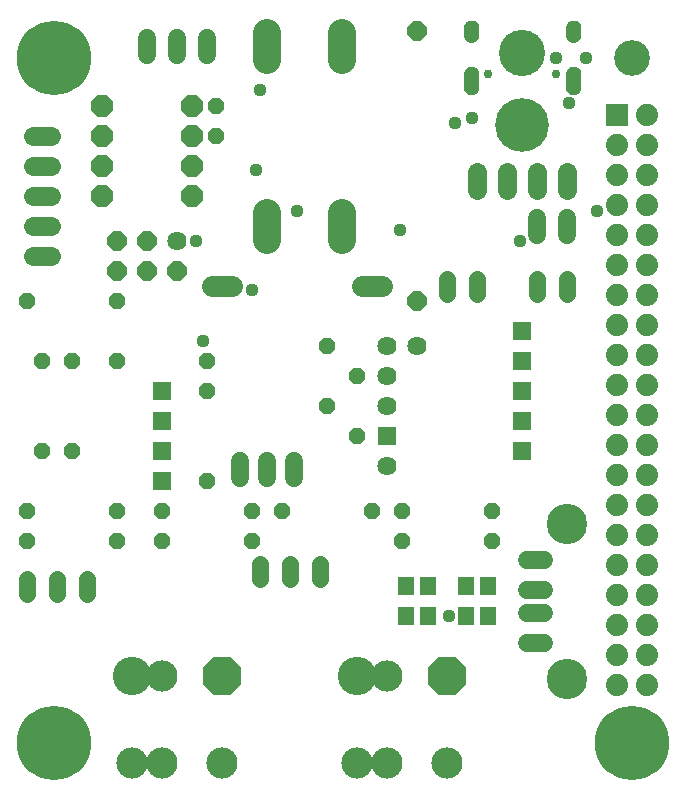
<source format=gbs>
G75*
%MOIN*%
%OFA0B0*%
%FSLAX24Y24*%
%IPPOS*%
%LPD*%
%AMOC8*
5,1,8,0,0,1.08239X$1,22.5*
%
%ADD10C,0.1190*%
%ADD11OC8,0.1280*%
%ADD12C,0.1280*%
%ADD13OC8,0.0560*%
%ADD14C,0.0560*%
%ADD15OC8,0.0640*%
%ADD16C,0.0600*%
%ADD17C,0.0925*%
%ADD18OC8,0.0720*%
%ADD19C,0.0640*%
%ADD20C,0.0640*%
%ADD21C,0.1040*%
%ADD22C,0.0700*%
%ADD23R,0.0640X0.0640*%
%ADD24R,0.0740X0.0740*%
%ADD25C,0.0740*%
%ADD26C,0.2481*%
%ADD27R,0.0552X0.0631*%
%ADD28C,0.0614*%
%ADD29C,0.1346*%
%ADD30C,0.0590*%
%ADD31C,0.1790*%
%ADD32C,0.1540*%
%ADD33C,0.0296*%
%ADD34C,0.0004*%
%ADD35C,0.0440*%
D10*
X021170Y024311D03*
D11*
X015000Y003691D03*
X007500Y003691D03*
D12*
X004500Y003691D03*
X012000Y003691D03*
D13*
X013500Y008191D03*
X013500Y009191D03*
X012500Y009191D03*
X012000Y011691D03*
X011000Y012691D03*
X012000Y013691D03*
X011000Y014691D03*
X007000Y014191D03*
X007000Y013191D03*
X007000Y010191D03*
X008500Y009191D03*
X009500Y009191D03*
X008500Y008191D03*
X005500Y008191D03*
X005500Y009191D03*
X004000Y009191D03*
X004000Y008191D03*
X002500Y011191D03*
X001500Y011191D03*
X001000Y009191D03*
X001000Y008191D03*
X001500Y014191D03*
X002500Y014191D03*
X004000Y014191D03*
X004000Y016191D03*
X001000Y016191D03*
X007300Y021691D03*
X007300Y022691D03*
X016500Y009191D03*
X016500Y008191D03*
D14*
X010750Y007451D02*
X010750Y006931D01*
X009750Y006931D02*
X009750Y007451D01*
X008750Y007451D02*
X008750Y006931D01*
X003000Y006951D02*
X003000Y006431D01*
X002000Y006431D02*
X002000Y006951D01*
X001000Y006951D02*
X001000Y006431D01*
X015000Y016431D02*
X015000Y016951D01*
X016000Y016951D02*
X016000Y016431D01*
X018000Y016431D02*
X018000Y016951D01*
X019000Y016951D02*
X019000Y016431D01*
D15*
X014000Y016191D03*
X014000Y025191D03*
X006000Y017191D03*
X005000Y017191D03*
X005000Y018191D03*
X004000Y018191D03*
X004000Y017191D03*
D16*
X005000Y024411D02*
X005000Y024971D01*
X006000Y024971D02*
X006000Y024411D01*
X007000Y024411D02*
X007000Y024971D01*
X018000Y018971D02*
X018000Y018411D01*
X019000Y018411D02*
X019000Y018971D01*
D17*
X011500Y019133D02*
X011500Y018248D01*
X009000Y018248D02*
X009000Y019133D01*
X009000Y024248D02*
X009000Y025133D01*
X011500Y025133D02*
X011500Y024248D01*
D18*
X006500Y022691D03*
X006500Y021691D03*
X006500Y020691D03*
X006500Y019691D03*
X003500Y019691D03*
X003500Y020691D03*
X003500Y021691D03*
X003500Y022691D03*
D19*
X001800Y021691D02*
X001200Y021691D01*
X001200Y020691D02*
X001800Y020691D01*
X001800Y019691D02*
X001200Y019691D01*
X001200Y018691D02*
X001800Y018691D01*
X001800Y017691D02*
X001200Y017691D01*
X016000Y019891D02*
X016000Y020491D01*
X017000Y020491D02*
X017000Y019891D01*
X018000Y019891D02*
X018000Y020491D01*
X019000Y020491D02*
X019000Y019891D01*
D20*
X014000Y014691D03*
X013000Y014691D03*
X013000Y013691D03*
X013000Y012691D03*
X013000Y010691D03*
X006000Y018191D03*
D21*
X005500Y003691D03*
X005500Y000791D03*
X004500Y000791D03*
X007500Y000791D03*
X012000Y000791D03*
X013000Y000791D03*
X015000Y000791D03*
X013000Y003691D03*
D22*
X012830Y016691D02*
X012170Y016691D01*
X007830Y016691D02*
X007170Y016691D01*
D23*
X005500Y013191D03*
X005500Y012191D03*
X005500Y011191D03*
X005500Y010191D03*
X013000Y011691D03*
X017500Y012191D03*
X017500Y013191D03*
X017500Y014191D03*
X017500Y015191D03*
X017500Y011191D03*
D24*
X020669Y022395D03*
D25*
X020669Y021395D03*
X020669Y020395D03*
X020669Y019395D03*
X020669Y018395D03*
X020669Y017395D03*
X020669Y016395D03*
X020669Y015395D03*
X020669Y014395D03*
X020669Y013395D03*
X020669Y012395D03*
X020669Y011395D03*
X020669Y010395D03*
X020669Y009395D03*
X020669Y008395D03*
X020669Y007395D03*
X020669Y006395D03*
X020669Y005395D03*
X020669Y004395D03*
X020669Y003395D03*
X021669Y003395D03*
X021669Y004395D03*
X021669Y005395D03*
X021669Y006395D03*
X021669Y007395D03*
X021669Y008395D03*
X021669Y009395D03*
X021669Y010395D03*
X021669Y011395D03*
X021669Y012395D03*
X021669Y013395D03*
X021669Y014395D03*
X021669Y015395D03*
X021669Y016395D03*
X021669Y017395D03*
X021669Y018395D03*
X021669Y019395D03*
X021669Y020395D03*
X021669Y021395D03*
X021669Y022395D03*
D26*
X001878Y001478D03*
X021169Y001478D03*
X001878Y024313D03*
D27*
X013626Y006691D03*
X014374Y006691D03*
X014374Y005691D03*
X013626Y005691D03*
X015626Y005691D03*
X016374Y005691D03*
X016374Y006691D03*
X015626Y006691D03*
D28*
X017646Y006584D02*
X018220Y006584D01*
X018220Y005797D02*
X017646Y005797D01*
X017646Y004813D02*
X018220Y004813D01*
X018220Y007569D02*
X017646Y007569D01*
D29*
X019000Y008777D03*
X019000Y003604D03*
D30*
X009900Y010316D02*
X009900Y010866D01*
X009000Y010866D02*
X009000Y010316D01*
X008100Y010316D02*
X008100Y010866D01*
D31*
X017500Y022070D03*
D32*
X017500Y024472D03*
D33*
X016362Y023759D03*
X018638Y023759D03*
D34*
X018965Y023759D02*
X019437Y023759D01*
X019437Y023761D02*
X018965Y023761D01*
X018965Y023764D02*
X019437Y023764D01*
X019437Y023766D02*
X018965Y023766D01*
X018965Y023769D02*
X019437Y023769D01*
X019437Y023771D02*
X018965Y023771D01*
X018965Y023773D02*
X019437Y023773D01*
X019437Y023776D02*
X018965Y023776D01*
X018965Y023778D02*
X019437Y023778D01*
X019437Y023781D02*
X018965Y023781D01*
X018965Y023783D02*
X019437Y023783D01*
X019437Y023786D02*
X018965Y023786D01*
X018965Y023788D02*
X019437Y023788D01*
X019437Y023789D02*
X019429Y023839D01*
X019410Y023886D01*
X019381Y023927D01*
X019344Y023961D01*
X019058Y023961D01*
X019102Y023986D01*
X019150Y024000D01*
X019252Y024000D01*
X019251Y024000D02*
X019300Y023986D01*
X019344Y023961D01*
X019346Y023959D02*
X019055Y023959D01*
X019058Y023961D02*
X019020Y023927D01*
X019381Y023927D01*
X019383Y023925D02*
X019019Y023925D01*
X019020Y023927D02*
X018992Y023886D01*
X018973Y023839D01*
X019429Y023839D01*
X019429Y023837D02*
X018972Y023837D01*
X018973Y023839D02*
X018965Y023789D01*
X018965Y023317D01*
X018972Y023266D01*
X018991Y023219D01*
X019020Y023177D01*
X019057Y023142D01*
X019101Y023117D01*
X019150Y023102D01*
X019201Y023098D01*
X019245Y023101D01*
X019288Y023112D01*
X019329Y023131D01*
X019364Y023158D01*
X019394Y023192D01*
X019416Y023230D01*
X018987Y023230D01*
X018987Y023227D02*
X019415Y023227D01*
X019413Y023225D02*
X018988Y023225D01*
X018989Y023223D02*
X019412Y023223D01*
X019410Y023220D02*
X018990Y023220D01*
X018992Y023218D02*
X019409Y023218D01*
X019408Y023215D02*
X018993Y023215D01*
X018995Y023213D02*
X019406Y023213D01*
X019405Y023210D02*
X018997Y023210D01*
X018998Y023208D02*
X019403Y023208D01*
X019402Y023206D02*
X019000Y023206D01*
X019002Y023203D02*
X019400Y023203D01*
X019399Y023201D02*
X019003Y023201D01*
X019005Y023198D02*
X019398Y023198D01*
X019396Y023196D02*
X019007Y023196D01*
X019008Y023193D02*
X019395Y023193D01*
X019393Y023191D02*
X019010Y023191D01*
X019012Y023188D02*
X019391Y023188D01*
X019389Y023186D02*
X019013Y023186D01*
X019015Y023184D02*
X019387Y023184D01*
X019384Y023181D02*
X019017Y023181D01*
X019018Y023179D02*
X019382Y023179D01*
X019380Y023176D02*
X019020Y023176D01*
X019023Y023174D02*
X019378Y023174D01*
X019376Y023171D02*
X019025Y023171D01*
X019028Y023169D02*
X019374Y023169D01*
X019371Y023167D02*
X019031Y023167D01*
X019033Y023164D02*
X019369Y023164D01*
X019367Y023162D02*
X019036Y023162D01*
X019039Y023159D02*
X019365Y023159D01*
X019362Y023157D02*
X019041Y023157D01*
X019044Y023154D02*
X019359Y023154D01*
X019356Y023152D02*
X019046Y023152D01*
X019049Y023149D02*
X019352Y023149D01*
X019349Y023147D02*
X019052Y023147D01*
X019054Y023145D02*
X019346Y023145D01*
X019343Y023142D02*
X019057Y023142D01*
X019061Y023140D02*
X019340Y023140D01*
X019336Y023137D02*
X019065Y023137D01*
X019070Y023135D02*
X019333Y023135D01*
X019330Y023132D02*
X019074Y023132D01*
X019078Y023130D02*
X019326Y023130D01*
X019321Y023128D02*
X019082Y023128D01*
X019087Y023125D02*
X019316Y023125D01*
X019311Y023123D02*
X019091Y023123D01*
X019095Y023120D02*
X019306Y023120D01*
X019301Y023118D02*
X019099Y023118D01*
X019106Y023115D02*
X019296Y023115D01*
X019290Y023113D02*
X019114Y023113D01*
X019122Y023110D02*
X019283Y023110D01*
X019274Y023108D02*
X019129Y023108D01*
X019137Y023106D02*
X019264Y023106D01*
X019255Y023103D02*
X019145Y023103D01*
X019164Y023101D02*
X019246Y023101D01*
X019205Y023098D02*
X019197Y023098D01*
X018986Y023232D02*
X019417Y023232D01*
X019416Y023230D02*
X019431Y023272D01*
X019437Y023317D01*
X019437Y023789D01*
X019437Y023790D02*
X018965Y023790D01*
X018965Y023793D02*
X019436Y023793D01*
X019436Y023795D02*
X018966Y023795D01*
X018966Y023798D02*
X019436Y023798D01*
X019435Y023800D02*
X018966Y023800D01*
X018967Y023803D02*
X019435Y023803D01*
X019434Y023805D02*
X018967Y023805D01*
X018968Y023808D02*
X019434Y023808D01*
X019434Y023810D02*
X018968Y023810D01*
X018968Y023812D02*
X019433Y023812D01*
X019433Y023815D02*
X018969Y023815D01*
X018969Y023817D02*
X019432Y023817D01*
X019432Y023820D02*
X018970Y023820D01*
X018970Y023822D02*
X019432Y023822D01*
X019431Y023825D02*
X018970Y023825D01*
X018971Y023827D02*
X019431Y023827D01*
X019430Y023829D02*
X018971Y023829D01*
X018972Y023832D02*
X019430Y023832D01*
X019430Y023834D02*
X018972Y023834D01*
X018974Y023842D02*
X019428Y023842D01*
X019427Y023844D02*
X018975Y023844D01*
X018976Y023847D02*
X019426Y023847D01*
X019425Y023849D02*
X018977Y023849D01*
X018978Y023851D02*
X019424Y023851D01*
X019423Y023854D02*
X018979Y023854D01*
X018980Y023856D02*
X019422Y023856D01*
X019421Y023859D02*
X018981Y023859D01*
X018982Y023861D02*
X019420Y023861D01*
X019419Y023864D02*
X018983Y023864D01*
X018984Y023866D02*
X019418Y023866D01*
X019417Y023868D02*
X018985Y023868D01*
X018986Y023871D02*
X019416Y023871D01*
X019415Y023873D02*
X018987Y023873D01*
X018988Y023876D02*
X019414Y023876D01*
X019413Y023878D02*
X018989Y023878D01*
X018990Y023881D02*
X019412Y023881D01*
X019411Y023883D02*
X018991Y023883D01*
X018992Y023886D02*
X019410Y023886D01*
X019408Y023888D02*
X018993Y023888D01*
X018995Y023890D02*
X019407Y023890D01*
X019405Y023893D02*
X018997Y023893D01*
X018998Y023895D02*
X019403Y023895D01*
X019402Y023898D02*
X019000Y023898D01*
X019002Y023900D02*
X019400Y023900D01*
X019398Y023903D02*
X019003Y023903D01*
X019005Y023905D02*
X019397Y023905D01*
X019395Y023907D02*
X019007Y023907D01*
X019008Y023910D02*
X019393Y023910D01*
X019391Y023912D02*
X019010Y023912D01*
X019012Y023915D02*
X019390Y023915D01*
X019388Y023917D02*
X019014Y023917D01*
X019015Y023920D02*
X019386Y023920D01*
X019385Y023922D02*
X019017Y023922D01*
X019023Y023929D02*
X019379Y023929D01*
X019376Y023932D02*
X019026Y023932D01*
X019028Y023934D02*
X019373Y023934D01*
X019371Y023937D02*
X019031Y023937D01*
X019034Y023939D02*
X019368Y023939D01*
X019365Y023942D02*
X019036Y023942D01*
X019039Y023944D02*
X019362Y023944D01*
X019360Y023946D02*
X019042Y023946D01*
X019044Y023949D02*
X019357Y023949D01*
X019354Y023951D02*
X019047Y023951D01*
X019050Y023954D02*
X019352Y023954D01*
X019349Y023956D02*
X019052Y023956D01*
X019062Y023964D02*
X019339Y023964D01*
X019335Y023966D02*
X019066Y023966D01*
X019071Y023968D02*
X019331Y023968D01*
X019326Y023971D02*
X019075Y023971D01*
X019079Y023973D02*
X019322Y023973D01*
X019318Y023976D02*
X019084Y023976D01*
X019088Y023978D02*
X019313Y023978D01*
X019309Y023981D02*
X019092Y023981D01*
X019097Y023983D02*
X019305Y023983D01*
X019300Y023985D02*
X019101Y023985D01*
X019109Y023988D02*
X019293Y023988D01*
X019285Y023990D02*
X019117Y023990D01*
X019125Y023993D02*
X019277Y023993D01*
X019268Y023995D02*
X019133Y023995D01*
X019141Y023998D02*
X019260Y023998D01*
X019251Y024000D02*
X019201Y024004D01*
X019150Y024000D01*
X019185Y024003D02*
X019217Y024003D01*
X019437Y023756D02*
X018965Y023756D01*
X018965Y023754D02*
X019437Y023754D01*
X019437Y023751D02*
X018965Y023751D01*
X018965Y023749D02*
X019437Y023749D01*
X019437Y023747D02*
X018965Y023747D01*
X018965Y023744D02*
X019437Y023744D01*
X019437Y023742D02*
X018965Y023742D01*
X018965Y023739D02*
X019437Y023739D01*
X019437Y023737D02*
X018965Y023737D01*
X018965Y023734D02*
X019437Y023734D01*
X019437Y023732D02*
X018965Y023732D01*
X018965Y023730D02*
X019437Y023730D01*
X019437Y023727D02*
X018965Y023727D01*
X018965Y023725D02*
X019437Y023725D01*
X019437Y023722D02*
X018965Y023722D01*
X018965Y023720D02*
X019437Y023720D01*
X019437Y023717D02*
X018965Y023717D01*
X018965Y023715D02*
X019437Y023715D01*
X019437Y023712D02*
X018965Y023712D01*
X018965Y023710D02*
X019437Y023710D01*
X019437Y023708D02*
X018965Y023708D01*
X018965Y023705D02*
X019437Y023705D01*
X019437Y023703D02*
X018965Y023703D01*
X018965Y023700D02*
X019437Y023700D01*
X019437Y023698D02*
X018965Y023698D01*
X018965Y023695D02*
X019437Y023695D01*
X019437Y023693D02*
X018965Y023693D01*
X018965Y023691D02*
X019437Y023691D01*
X019437Y023688D02*
X018965Y023688D01*
X018965Y023686D02*
X019437Y023686D01*
X019437Y023683D02*
X018965Y023683D01*
X018965Y023681D02*
X019437Y023681D01*
X019437Y023678D02*
X018965Y023678D01*
X018965Y023676D02*
X019437Y023676D01*
X019437Y023673D02*
X018965Y023673D01*
X018965Y023671D02*
X019437Y023671D01*
X019437Y023669D02*
X018965Y023669D01*
X018965Y023666D02*
X019437Y023666D01*
X019437Y023664D02*
X018965Y023664D01*
X018965Y023661D02*
X019437Y023661D01*
X019437Y023659D02*
X018965Y023659D01*
X018965Y023656D02*
X019437Y023656D01*
X019437Y023654D02*
X018965Y023654D01*
X018965Y023652D02*
X019437Y023652D01*
X019437Y023649D02*
X018965Y023649D01*
X018965Y023647D02*
X019437Y023647D01*
X019437Y023644D02*
X018965Y023644D01*
X018965Y023642D02*
X019437Y023642D01*
X019437Y023639D02*
X018965Y023639D01*
X018965Y023637D02*
X019437Y023637D01*
X019437Y023634D02*
X018965Y023634D01*
X018965Y023632D02*
X019437Y023632D01*
X019437Y023630D02*
X018965Y023630D01*
X018965Y023627D02*
X019437Y023627D01*
X019437Y023625D02*
X018965Y023625D01*
X018965Y023622D02*
X019437Y023622D01*
X019437Y023620D02*
X018965Y023620D01*
X018965Y023617D02*
X019437Y023617D01*
X019437Y023615D02*
X018965Y023615D01*
X018965Y023613D02*
X019437Y023613D01*
X019437Y023610D02*
X018965Y023610D01*
X018965Y023608D02*
X019437Y023608D01*
X019437Y023605D02*
X018965Y023605D01*
X018965Y023603D02*
X019437Y023603D01*
X019437Y023600D02*
X018965Y023600D01*
X018965Y023598D02*
X019437Y023598D01*
X019437Y023596D02*
X018965Y023596D01*
X018965Y023593D02*
X019437Y023593D01*
X019437Y023591D02*
X018965Y023591D01*
X018965Y023588D02*
X019437Y023588D01*
X019437Y023586D02*
X018965Y023586D01*
X018965Y023583D02*
X019437Y023583D01*
X019437Y023581D02*
X018965Y023581D01*
X018965Y023578D02*
X019437Y023578D01*
X019437Y023576D02*
X018965Y023576D01*
X018965Y023574D02*
X019437Y023574D01*
X019437Y023571D02*
X018965Y023571D01*
X018965Y023569D02*
X019437Y023569D01*
X019437Y023566D02*
X018965Y023566D01*
X018965Y023564D02*
X019437Y023564D01*
X019437Y023561D02*
X018965Y023561D01*
X018965Y023559D02*
X019437Y023559D01*
X019437Y023557D02*
X018965Y023557D01*
X018965Y023554D02*
X019437Y023554D01*
X019437Y023552D02*
X018965Y023552D01*
X018965Y023549D02*
X019437Y023549D01*
X019437Y023547D02*
X018965Y023547D01*
X018965Y023544D02*
X019437Y023544D01*
X019437Y023542D02*
X018965Y023542D01*
X018965Y023539D02*
X019437Y023539D01*
X019437Y023537D02*
X018965Y023537D01*
X018965Y023535D02*
X019437Y023535D01*
X019437Y023532D02*
X018965Y023532D01*
X018965Y023530D02*
X019437Y023530D01*
X019437Y023527D02*
X018965Y023527D01*
X018965Y023525D02*
X019437Y023525D01*
X019437Y023522D02*
X018965Y023522D01*
X018965Y023520D02*
X019437Y023520D01*
X019437Y023518D02*
X018965Y023518D01*
X018965Y023515D02*
X019437Y023515D01*
X019437Y023513D02*
X018965Y023513D01*
X018965Y023510D02*
X019437Y023510D01*
X019437Y023508D02*
X018965Y023508D01*
X018965Y023505D02*
X019437Y023505D01*
X019437Y023503D02*
X018965Y023503D01*
X018965Y023500D02*
X019437Y023500D01*
X019437Y023498D02*
X018965Y023498D01*
X018965Y023496D02*
X019437Y023496D01*
X019437Y023493D02*
X018965Y023493D01*
X018965Y023491D02*
X019437Y023491D01*
X019437Y023488D02*
X018965Y023488D01*
X018965Y023486D02*
X019437Y023486D01*
X019437Y023483D02*
X018965Y023483D01*
X018965Y023481D02*
X019437Y023481D01*
X019437Y023479D02*
X018965Y023479D01*
X018965Y023476D02*
X019437Y023476D01*
X019437Y023474D02*
X018965Y023474D01*
X018965Y023471D02*
X019437Y023471D01*
X019437Y023469D02*
X018965Y023469D01*
X018965Y023466D02*
X019437Y023466D01*
X019437Y023464D02*
X018965Y023464D01*
X018965Y023461D02*
X019437Y023461D01*
X019437Y023459D02*
X018965Y023459D01*
X018965Y023457D02*
X019437Y023457D01*
X019437Y023454D02*
X018965Y023454D01*
X018965Y023452D02*
X019437Y023452D01*
X019437Y023449D02*
X018965Y023449D01*
X018965Y023447D02*
X019437Y023447D01*
X019437Y023444D02*
X018965Y023444D01*
X018965Y023442D02*
X019437Y023442D01*
X019437Y023440D02*
X018965Y023440D01*
X018965Y023437D02*
X019437Y023437D01*
X019437Y023435D02*
X018965Y023435D01*
X018965Y023432D02*
X019437Y023432D01*
X019437Y023430D02*
X018965Y023430D01*
X018965Y023427D02*
X019437Y023427D01*
X019437Y023425D02*
X018965Y023425D01*
X018965Y023422D02*
X019437Y023422D01*
X019437Y023420D02*
X018965Y023420D01*
X018965Y023418D02*
X019437Y023418D01*
X019437Y023415D02*
X018965Y023415D01*
X018965Y023413D02*
X019437Y023413D01*
X019437Y023410D02*
X018965Y023410D01*
X018965Y023408D02*
X019437Y023408D01*
X019437Y023405D02*
X018965Y023405D01*
X018965Y023403D02*
X019437Y023403D01*
X019437Y023401D02*
X018965Y023401D01*
X018965Y023398D02*
X019437Y023398D01*
X019437Y023396D02*
X018965Y023396D01*
X018965Y023393D02*
X019437Y023393D01*
X019437Y023391D02*
X018965Y023391D01*
X018965Y023388D02*
X019437Y023388D01*
X019437Y023386D02*
X018965Y023386D01*
X018965Y023383D02*
X019437Y023383D01*
X019437Y023381D02*
X018965Y023381D01*
X018965Y023379D02*
X019437Y023379D01*
X019437Y023376D02*
X018965Y023376D01*
X018965Y023374D02*
X019437Y023374D01*
X019437Y023371D02*
X018965Y023371D01*
X018965Y023369D02*
X019437Y023369D01*
X019437Y023366D02*
X018965Y023366D01*
X018965Y023364D02*
X019437Y023364D01*
X019437Y023362D02*
X018965Y023362D01*
X018965Y023359D02*
X019437Y023359D01*
X019437Y023357D02*
X018965Y023357D01*
X018965Y023354D02*
X019437Y023354D01*
X019437Y023352D02*
X018965Y023352D01*
X018965Y023349D02*
X019437Y023349D01*
X019437Y023347D02*
X018965Y023347D01*
X018965Y023344D02*
X019437Y023344D01*
X019437Y023342D02*
X018965Y023342D01*
X018965Y023340D02*
X019437Y023340D01*
X019437Y023337D02*
X018965Y023337D01*
X018965Y023335D02*
X019437Y023335D01*
X019437Y023332D02*
X018965Y023332D01*
X018965Y023330D02*
X019437Y023330D01*
X019437Y023327D02*
X018965Y023327D01*
X018965Y023325D02*
X019437Y023325D01*
X019437Y023323D02*
X018965Y023323D01*
X018965Y023320D02*
X019437Y023320D01*
X019437Y023318D02*
X018965Y023318D01*
X018965Y023315D02*
X019437Y023315D01*
X019436Y023313D02*
X018965Y023313D01*
X018966Y023310D02*
X019436Y023310D01*
X019436Y023308D02*
X018966Y023308D01*
X018966Y023305D02*
X019435Y023305D01*
X019435Y023303D02*
X018967Y023303D01*
X018967Y023301D02*
X019435Y023301D01*
X019434Y023298D02*
X018967Y023298D01*
X018968Y023296D02*
X019434Y023296D01*
X019434Y023293D02*
X018968Y023293D01*
X018968Y023291D02*
X019433Y023291D01*
X019433Y023288D02*
X018969Y023288D01*
X018969Y023286D02*
X019433Y023286D01*
X019432Y023284D02*
X018970Y023284D01*
X018970Y023281D02*
X019432Y023281D01*
X019432Y023279D02*
X018970Y023279D01*
X018971Y023276D02*
X019431Y023276D01*
X019431Y023274D02*
X018971Y023274D01*
X018971Y023271D02*
X019431Y023271D01*
X019430Y023269D02*
X018972Y023269D01*
X018972Y023266D02*
X019429Y023266D01*
X019428Y023264D02*
X018973Y023264D01*
X018974Y023262D02*
X019427Y023262D01*
X019426Y023259D02*
X018975Y023259D01*
X018976Y023257D02*
X019425Y023257D01*
X019425Y023254D02*
X018977Y023254D01*
X018978Y023252D02*
X019424Y023252D01*
X019423Y023249D02*
X018979Y023249D01*
X018980Y023247D02*
X019422Y023247D01*
X019421Y023245D02*
X018981Y023245D01*
X018982Y023242D02*
X019420Y023242D01*
X019420Y023240D02*
X018983Y023240D01*
X018984Y023237D02*
X019419Y023237D01*
X019418Y023235D02*
X018985Y023235D01*
X019155Y024847D02*
X019110Y024861D01*
X019069Y024883D01*
X019033Y024912D01*
X019004Y024948D01*
X019396Y024948D01*
X019394Y024946D02*
X019006Y024946D01*
X019004Y024948D02*
X018982Y024989D01*
X018969Y025034D01*
X018965Y025080D01*
X019437Y025080D01*
X019431Y025028D01*
X019414Y024977D01*
X019386Y024932D01*
X019348Y024894D01*
X019304Y024866D01*
X019254Y024848D01*
X019201Y024842D01*
X019155Y024847D01*
X019150Y024848D02*
X019253Y024848D01*
X019260Y024851D02*
X019142Y024851D01*
X019134Y024853D02*
X019267Y024853D01*
X019274Y024856D02*
X019126Y024856D01*
X019118Y024858D02*
X019281Y024858D01*
X019288Y024860D02*
X019110Y024860D01*
X019106Y024863D02*
X019295Y024863D01*
X019302Y024865D02*
X019101Y024865D01*
X019097Y024868D02*
X019306Y024868D01*
X019310Y024870D02*
X019092Y024870D01*
X019088Y024873D02*
X019314Y024873D01*
X019318Y024875D02*
X019083Y024875D01*
X019079Y024877D02*
X019322Y024877D01*
X019326Y024880D02*
X019074Y024880D01*
X019070Y024882D02*
X019329Y024882D01*
X019333Y024885D02*
X019067Y024885D01*
X019064Y024887D02*
X019337Y024887D01*
X019341Y024890D02*
X019061Y024890D01*
X019058Y024892D02*
X019345Y024892D01*
X019349Y024895D02*
X019055Y024895D01*
X019052Y024897D02*
X019351Y024897D01*
X019353Y024899D02*
X019049Y024899D01*
X019046Y024902D02*
X019356Y024902D01*
X019358Y024904D02*
X019043Y024904D01*
X019040Y024907D02*
X019361Y024907D01*
X019363Y024909D02*
X019037Y024909D01*
X019034Y024912D02*
X019365Y024912D01*
X019368Y024914D02*
X019032Y024914D01*
X019030Y024916D02*
X019370Y024916D01*
X019373Y024919D02*
X019028Y024919D01*
X019026Y024921D02*
X019375Y024921D01*
X019378Y024924D02*
X019024Y024924D01*
X019022Y024926D02*
X019380Y024926D01*
X019382Y024929D02*
X019020Y024929D01*
X019018Y024931D02*
X019385Y024931D01*
X019387Y024934D02*
X019016Y024934D01*
X019014Y024936D02*
X019388Y024936D01*
X019390Y024938D02*
X019012Y024938D01*
X019010Y024941D02*
X019391Y024941D01*
X019393Y024943D02*
X019008Y024943D01*
X019003Y024951D02*
X019397Y024951D01*
X019399Y024953D02*
X019002Y024953D01*
X019000Y024955D02*
X019400Y024955D01*
X019402Y024958D02*
X018999Y024958D01*
X018998Y024960D02*
X019403Y024960D01*
X019405Y024963D02*
X018996Y024963D01*
X018995Y024965D02*
X019406Y024965D01*
X019408Y024968D02*
X018994Y024968D01*
X018992Y024970D02*
X019409Y024970D01*
X019411Y024973D02*
X018991Y024973D01*
X018990Y024975D02*
X019413Y024975D01*
X019414Y024977D02*
X018989Y024977D01*
X018987Y024980D02*
X019415Y024980D01*
X019416Y024982D02*
X018986Y024982D01*
X018985Y024985D02*
X019417Y024985D01*
X019417Y024987D02*
X018983Y024987D01*
X018982Y024990D02*
X019418Y024990D01*
X019419Y024992D02*
X018981Y024992D01*
X018981Y024994D02*
X019420Y024994D01*
X019421Y024997D02*
X018980Y024997D01*
X018979Y024999D02*
X019422Y024999D01*
X019422Y025002D02*
X018979Y025002D01*
X018978Y025004D02*
X019423Y025004D01*
X019424Y025007D02*
X018977Y025007D01*
X018976Y025009D02*
X019425Y025009D01*
X019426Y025012D02*
X018976Y025012D01*
X018975Y025014D02*
X019427Y025014D01*
X019427Y025016D02*
X018974Y025016D01*
X018973Y025019D02*
X019428Y025019D01*
X019429Y025021D02*
X018973Y025021D01*
X018972Y025024D02*
X019430Y025024D01*
X019431Y025026D02*
X018971Y025026D01*
X018971Y025029D02*
X019431Y025029D01*
X019432Y025031D02*
X018970Y025031D01*
X018969Y025033D02*
X019432Y025033D01*
X019432Y025036D02*
X018969Y025036D01*
X018969Y025038D02*
X019432Y025038D01*
X019433Y025041D02*
X018968Y025041D01*
X018968Y025043D02*
X019433Y025043D01*
X019433Y025046D02*
X018968Y025046D01*
X018968Y025048D02*
X019434Y025048D01*
X019434Y025051D02*
X018967Y025051D01*
X018967Y025053D02*
X019434Y025053D01*
X019434Y025055D02*
X018967Y025055D01*
X018967Y025058D02*
X019435Y025058D01*
X019435Y025060D02*
X018966Y025060D01*
X018966Y025063D02*
X019435Y025063D01*
X019435Y025065D02*
X018966Y025065D01*
X018966Y025068D02*
X019436Y025068D01*
X019436Y025070D02*
X018966Y025070D01*
X018965Y025072D02*
X019436Y025072D01*
X019436Y025075D02*
X018965Y025075D01*
X018965Y025077D02*
X019437Y025077D01*
X019437Y025080D02*
X019437Y025317D01*
X019431Y025369D01*
X019413Y025419D01*
X018989Y025419D01*
X018991Y025421D02*
X019412Y025421D01*
X019413Y025419D02*
X019385Y025463D01*
X019348Y025500D01*
X019303Y025528D01*
X019253Y025545D01*
X019201Y025551D01*
X019155Y025546D01*
X019111Y025533D01*
X019070Y025512D01*
X019034Y025483D01*
X019005Y025447D01*
X018983Y025406D01*
X019418Y025406D01*
X019418Y025404D02*
X018982Y025404D01*
X018981Y025402D02*
X019419Y025402D01*
X019420Y025399D02*
X018981Y025399D01*
X018980Y025397D02*
X019421Y025397D01*
X019422Y025394D02*
X018979Y025394D01*
X018978Y025392D02*
X019423Y025392D01*
X019424Y025389D02*
X018978Y025389D01*
X018977Y025387D02*
X019424Y025387D01*
X019425Y025384D02*
X018976Y025384D01*
X018975Y025382D02*
X019426Y025382D01*
X019427Y025380D02*
X018975Y025380D01*
X018974Y025377D02*
X019428Y025377D01*
X019429Y025375D02*
X018973Y025375D01*
X018972Y025372D02*
X019430Y025372D01*
X019431Y025370D02*
X018972Y025370D01*
X018971Y025367D02*
X019431Y025367D01*
X019431Y025365D02*
X018970Y025365D01*
X018969Y025363D02*
X019432Y025363D01*
X019432Y025360D02*
X018969Y025360D01*
X018969Y025358D02*
X019432Y025358D01*
X019432Y025355D02*
X018969Y025355D01*
X018968Y025353D02*
X019433Y025353D01*
X019433Y025350D02*
X018968Y025350D01*
X018968Y025348D02*
X019433Y025348D01*
X019434Y025345D02*
X018968Y025345D01*
X018967Y025343D02*
X019434Y025343D01*
X019434Y025341D02*
X018967Y025341D01*
X018967Y025338D02*
X019434Y025338D01*
X019435Y025336D02*
X018967Y025336D01*
X018966Y025333D02*
X019435Y025333D01*
X019435Y025331D02*
X018966Y025331D01*
X018966Y025328D02*
X019436Y025328D01*
X019436Y025326D02*
X018966Y025326D01*
X018965Y025324D02*
X019436Y025324D01*
X019436Y025321D02*
X018965Y025321D01*
X018965Y025319D02*
X019437Y025319D01*
X019437Y025316D02*
X018965Y025316D01*
X018965Y025317D02*
X018969Y025362D01*
X018983Y025406D01*
X018984Y025409D02*
X019417Y025409D01*
X019416Y025411D02*
X018985Y025411D01*
X018987Y025414D02*
X019415Y025414D01*
X019414Y025416D02*
X018988Y025416D01*
X018992Y025423D02*
X019410Y025423D01*
X019409Y025426D02*
X018993Y025426D01*
X018995Y025428D02*
X019407Y025428D01*
X019406Y025431D02*
X018996Y025431D01*
X018997Y025433D02*
X019404Y025433D01*
X019402Y025436D02*
X018999Y025436D01*
X019000Y025438D02*
X019401Y025438D01*
X019399Y025441D02*
X019001Y025441D01*
X019003Y025443D02*
X019398Y025443D01*
X019396Y025445D02*
X019004Y025445D01*
X019005Y025448D02*
X019395Y025448D01*
X019393Y025450D02*
X019007Y025450D01*
X019009Y025453D02*
X019392Y025453D01*
X019390Y025455D02*
X019011Y025455D01*
X019013Y025458D02*
X019389Y025458D01*
X019387Y025460D02*
X019015Y025460D01*
X019017Y025462D02*
X019385Y025462D01*
X019383Y025465D02*
X019020Y025465D01*
X019022Y025467D02*
X019381Y025467D01*
X019378Y025470D02*
X019024Y025470D01*
X019026Y025472D02*
X019376Y025472D01*
X019373Y025475D02*
X019028Y025475D01*
X019030Y025477D02*
X019371Y025477D01*
X019368Y025479D02*
X019032Y025479D01*
X019034Y025482D02*
X019366Y025482D01*
X019364Y025484D02*
X019036Y025484D01*
X019039Y025487D02*
X019361Y025487D01*
X019359Y025489D02*
X019042Y025489D01*
X019045Y025492D02*
X019356Y025492D01*
X019354Y025494D02*
X019048Y025494D01*
X019051Y025497D02*
X019351Y025497D01*
X019349Y025499D02*
X019054Y025499D01*
X019057Y025501D02*
X019345Y025501D01*
X019342Y025504D02*
X019060Y025504D01*
X019063Y025506D02*
X019338Y025506D01*
X019334Y025509D02*
X019066Y025509D01*
X019069Y025511D02*
X019330Y025511D01*
X019326Y025514D02*
X019074Y025514D01*
X019078Y025516D02*
X019322Y025516D01*
X019318Y025518D02*
X019083Y025518D01*
X019087Y025521D02*
X019314Y025521D01*
X019310Y025523D02*
X019092Y025523D01*
X019097Y025526D02*
X019306Y025526D01*
X019302Y025528D02*
X019101Y025528D01*
X019106Y025531D02*
X019295Y025531D01*
X019288Y025533D02*
X019110Y025533D01*
X019118Y025536D02*
X019281Y025536D01*
X019274Y025538D02*
X019127Y025538D01*
X019135Y025540D02*
X019267Y025540D01*
X019260Y025543D02*
X019143Y025543D01*
X019151Y025545D02*
X019251Y025545D01*
X019229Y025548D02*
X019168Y025548D01*
X019194Y025550D02*
X019206Y025550D01*
X019437Y025314D02*
X018965Y025314D01*
X018965Y025317D02*
X018965Y025080D01*
X018965Y025082D02*
X019437Y025082D01*
X019437Y025085D02*
X018965Y025085D01*
X018965Y025087D02*
X019437Y025087D01*
X019437Y025090D02*
X018965Y025090D01*
X018965Y025092D02*
X019437Y025092D01*
X019437Y025094D02*
X018965Y025094D01*
X018965Y025097D02*
X019437Y025097D01*
X019437Y025099D02*
X018965Y025099D01*
X018965Y025102D02*
X019437Y025102D01*
X019437Y025104D02*
X018965Y025104D01*
X018965Y025107D02*
X019437Y025107D01*
X019437Y025109D02*
X018965Y025109D01*
X018965Y025111D02*
X019437Y025111D01*
X019437Y025114D02*
X018965Y025114D01*
X018965Y025116D02*
X019437Y025116D01*
X019437Y025119D02*
X018965Y025119D01*
X018965Y025121D02*
X019437Y025121D01*
X019437Y025124D02*
X018965Y025124D01*
X018965Y025126D02*
X019437Y025126D01*
X019437Y025129D02*
X018965Y025129D01*
X018965Y025131D02*
X019437Y025131D01*
X019437Y025133D02*
X018965Y025133D01*
X018965Y025136D02*
X019437Y025136D01*
X019437Y025138D02*
X018965Y025138D01*
X018965Y025141D02*
X019437Y025141D01*
X019437Y025143D02*
X018965Y025143D01*
X018965Y025146D02*
X019437Y025146D01*
X019437Y025148D02*
X018965Y025148D01*
X018965Y025150D02*
X019437Y025150D01*
X019437Y025153D02*
X018965Y025153D01*
X018965Y025155D02*
X019437Y025155D01*
X019437Y025158D02*
X018965Y025158D01*
X018965Y025160D02*
X019437Y025160D01*
X019437Y025163D02*
X018965Y025163D01*
X018965Y025165D02*
X019437Y025165D01*
X019437Y025168D02*
X018965Y025168D01*
X018965Y025170D02*
X019437Y025170D01*
X019437Y025172D02*
X018965Y025172D01*
X018965Y025175D02*
X019437Y025175D01*
X019437Y025177D02*
X018965Y025177D01*
X018965Y025180D02*
X019437Y025180D01*
X019437Y025182D02*
X018965Y025182D01*
X018965Y025185D02*
X019437Y025185D01*
X019437Y025187D02*
X018965Y025187D01*
X018965Y025189D02*
X019437Y025189D01*
X019437Y025192D02*
X018965Y025192D01*
X018965Y025194D02*
X019437Y025194D01*
X019437Y025197D02*
X018965Y025197D01*
X018965Y025199D02*
X019437Y025199D01*
X019437Y025202D02*
X018965Y025202D01*
X018965Y025204D02*
X019437Y025204D01*
X019437Y025207D02*
X018965Y025207D01*
X018965Y025209D02*
X019437Y025209D01*
X019437Y025211D02*
X018965Y025211D01*
X018965Y025214D02*
X019437Y025214D01*
X019437Y025216D02*
X018965Y025216D01*
X018965Y025219D02*
X019437Y025219D01*
X019437Y025221D02*
X018965Y025221D01*
X018965Y025224D02*
X019437Y025224D01*
X019437Y025226D02*
X018965Y025226D01*
X018965Y025228D02*
X019437Y025228D01*
X019437Y025231D02*
X018965Y025231D01*
X018965Y025233D02*
X019437Y025233D01*
X019437Y025236D02*
X018965Y025236D01*
X018965Y025238D02*
X019437Y025238D01*
X019437Y025241D02*
X018965Y025241D01*
X018965Y025243D02*
X019437Y025243D01*
X019437Y025246D02*
X018965Y025246D01*
X018965Y025248D02*
X019437Y025248D01*
X019437Y025250D02*
X018965Y025250D01*
X018965Y025253D02*
X019437Y025253D01*
X019437Y025255D02*
X018965Y025255D01*
X018965Y025258D02*
X019437Y025258D01*
X019437Y025260D02*
X018965Y025260D01*
X018965Y025263D02*
X019437Y025263D01*
X019437Y025265D02*
X018965Y025265D01*
X018965Y025267D02*
X019437Y025267D01*
X019437Y025270D02*
X018965Y025270D01*
X018965Y025272D02*
X019437Y025272D01*
X019437Y025275D02*
X018965Y025275D01*
X018965Y025277D02*
X019437Y025277D01*
X019437Y025280D02*
X018965Y025280D01*
X018965Y025282D02*
X019437Y025282D01*
X019437Y025285D02*
X018965Y025285D01*
X018965Y025287D02*
X019437Y025287D01*
X019437Y025289D02*
X018965Y025289D01*
X018965Y025292D02*
X019437Y025292D01*
X019437Y025294D02*
X018965Y025294D01*
X018965Y025297D02*
X019437Y025297D01*
X019437Y025299D02*
X018965Y025299D01*
X018965Y025302D02*
X019437Y025302D01*
X019437Y025304D02*
X018965Y025304D01*
X018965Y025306D02*
X019437Y025306D01*
X019437Y025309D02*
X018965Y025309D01*
X018965Y025311D02*
X019437Y025311D01*
X019232Y024846D02*
X019165Y024846D01*
X019189Y024843D02*
X019211Y024843D01*
X016035Y025080D02*
X016030Y025028D01*
X016012Y024977D01*
X015984Y024932D01*
X015947Y024894D01*
X015902Y024866D01*
X015852Y024848D01*
X015799Y024842D01*
X015753Y024847D01*
X015709Y024861D01*
X015709Y024860D02*
X015886Y024860D01*
X015879Y024858D02*
X015717Y024858D01*
X015725Y024856D02*
X015872Y024856D01*
X015866Y024853D02*
X015733Y024853D01*
X015741Y024851D02*
X015859Y024851D01*
X015852Y024848D02*
X015748Y024848D01*
X015763Y024846D02*
X015831Y024846D01*
X015810Y024843D02*
X015787Y024843D01*
X015709Y024861D02*
X015668Y024883D01*
X015632Y024912D01*
X015602Y024948D01*
X015581Y024989D01*
X015567Y025034D01*
X015563Y025080D01*
X016035Y025080D01*
X016035Y025317D01*
X016029Y025369D01*
X016012Y025419D01*
X015588Y025419D01*
X015589Y025421D02*
X016010Y025421D01*
X016009Y025423D02*
X015590Y025423D01*
X015592Y025426D02*
X016007Y025426D01*
X016005Y025428D02*
X015593Y025428D01*
X015594Y025431D02*
X016004Y025431D01*
X016002Y025433D02*
X015596Y025433D01*
X015597Y025436D02*
X016001Y025436D01*
X015999Y025438D02*
X015598Y025438D01*
X015600Y025441D02*
X015998Y025441D01*
X015996Y025443D02*
X015601Y025443D01*
X015602Y025445D02*
X015995Y025445D01*
X015993Y025448D02*
X015604Y025448D01*
X015603Y025447D02*
X015633Y025483D01*
X015668Y025512D01*
X015709Y025533D01*
X015886Y025533D01*
X015879Y025536D02*
X015717Y025536D01*
X015725Y025538D02*
X015872Y025538D01*
X015865Y025540D02*
X015733Y025540D01*
X015741Y025543D02*
X015858Y025543D01*
X015852Y025545D02*
X015901Y025528D01*
X015946Y025500D01*
X015983Y025463D01*
X016012Y025419D01*
X016013Y025416D02*
X015586Y025416D01*
X015585Y025414D02*
X016013Y025414D01*
X016014Y025411D02*
X015584Y025411D01*
X015583Y025409D02*
X016015Y025409D01*
X016016Y025406D02*
X015581Y025406D01*
X015603Y025447D01*
X015606Y025450D02*
X015992Y025450D01*
X015990Y025453D02*
X015608Y025453D01*
X015610Y025455D02*
X015988Y025455D01*
X015987Y025458D02*
X015612Y025458D01*
X015614Y025460D02*
X015985Y025460D01*
X015984Y025462D02*
X015616Y025462D01*
X015618Y025465D02*
X015982Y025465D01*
X015979Y025467D02*
X015620Y025467D01*
X015622Y025470D02*
X015977Y025470D01*
X015974Y025472D02*
X015624Y025472D01*
X015626Y025475D02*
X015972Y025475D01*
X015969Y025477D02*
X015628Y025477D01*
X015630Y025479D02*
X015967Y025479D01*
X015964Y025482D02*
X015632Y025482D01*
X015635Y025484D02*
X015962Y025484D01*
X015959Y025487D02*
X015638Y025487D01*
X015641Y025489D02*
X015957Y025489D01*
X015955Y025492D02*
X015644Y025492D01*
X015647Y025494D02*
X015952Y025494D01*
X015950Y025497D02*
X015650Y025497D01*
X015653Y025499D02*
X015947Y025499D01*
X015944Y025501D02*
X015656Y025501D01*
X015659Y025504D02*
X015940Y025504D01*
X015936Y025506D02*
X015662Y025506D01*
X015665Y025509D02*
X015932Y025509D01*
X015928Y025511D02*
X015668Y025511D01*
X015672Y025514D02*
X015924Y025514D01*
X015920Y025516D02*
X015677Y025516D01*
X015681Y025518D02*
X015917Y025518D01*
X015913Y025521D02*
X015686Y025521D01*
X015690Y025523D02*
X015909Y025523D01*
X015905Y025526D02*
X015695Y025526D01*
X015700Y025528D02*
X015900Y025528D01*
X015893Y025531D02*
X015704Y025531D01*
X015709Y025533D02*
X015753Y025546D01*
X015799Y025551D01*
X015852Y025545D01*
X015850Y025545D02*
X015749Y025545D01*
X015767Y025548D02*
X015827Y025548D01*
X015805Y025550D02*
X015793Y025550D01*
X015581Y025406D02*
X015568Y025362D01*
X015563Y025317D01*
X015563Y025080D01*
X015563Y025082D02*
X016035Y025082D01*
X016035Y025085D02*
X015563Y025085D01*
X015563Y025087D02*
X016035Y025087D01*
X016035Y025090D02*
X015563Y025090D01*
X015563Y025092D02*
X016035Y025092D01*
X016035Y025094D02*
X015563Y025094D01*
X015563Y025097D02*
X016035Y025097D01*
X016035Y025099D02*
X015563Y025099D01*
X015563Y025102D02*
X016035Y025102D01*
X016035Y025104D02*
X015563Y025104D01*
X015563Y025107D02*
X016035Y025107D01*
X016035Y025109D02*
X015563Y025109D01*
X015563Y025111D02*
X016035Y025111D01*
X016035Y025114D02*
X015563Y025114D01*
X015563Y025116D02*
X016035Y025116D01*
X016035Y025119D02*
X015563Y025119D01*
X015563Y025121D02*
X016035Y025121D01*
X016035Y025124D02*
X015563Y025124D01*
X015563Y025126D02*
X016035Y025126D01*
X016035Y025129D02*
X015563Y025129D01*
X015563Y025131D02*
X016035Y025131D01*
X016035Y025133D02*
X015563Y025133D01*
X015563Y025136D02*
X016035Y025136D01*
X016035Y025138D02*
X015563Y025138D01*
X015563Y025141D02*
X016035Y025141D01*
X016035Y025143D02*
X015563Y025143D01*
X015563Y025146D02*
X016035Y025146D01*
X016035Y025148D02*
X015563Y025148D01*
X015563Y025150D02*
X016035Y025150D01*
X016035Y025153D02*
X015563Y025153D01*
X015563Y025155D02*
X016035Y025155D01*
X016035Y025158D02*
X015563Y025158D01*
X015563Y025160D02*
X016035Y025160D01*
X016035Y025163D02*
X015563Y025163D01*
X015563Y025165D02*
X016035Y025165D01*
X016035Y025168D02*
X015563Y025168D01*
X015563Y025170D02*
X016035Y025170D01*
X016035Y025172D02*
X015563Y025172D01*
X015563Y025175D02*
X016035Y025175D01*
X016035Y025177D02*
X015563Y025177D01*
X015563Y025180D02*
X016035Y025180D01*
X016035Y025182D02*
X015563Y025182D01*
X015563Y025185D02*
X016035Y025185D01*
X016035Y025187D02*
X015563Y025187D01*
X015563Y025189D02*
X016035Y025189D01*
X016035Y025192D02*
X015563Y025192D01*
X015563Y025194D02*
X016035Y025194D01*
X016035Y025197D02*
X015563Y025197D01*
X015563Y025199D02*
X016035Y025199D01*
X016035Y025202D02*
X015563Y025202D01*
X015563Y025204D02*
X016035Y025204D01*
X016035Y025207D02*
X015563Y025207D01*
X015563Y025209D02*
X016035Y025209D01*
X016035Y025211D02*
X015563Y025211D01*
X015563Y025214D02*
X016035Y025214D01*
X016035Y025216D02*
X015563Y025216D01*
X015563Y025219D02*
X016035Y025219D01*
X016035Y025221D02*
X015563Y025221D01*
X015563Y025224D02*
X016035Y025224D01*
X016035Y025226D02*
X015563Y025226D01*
X015563Y025228D02*
X016035Y025228D01*
X016035Y025231D02*
X015563Y025231D01*
X015563Y025233D02*
X016035Y025233D01*
X016035Y025236D02*
X015563Y025236D01*
X015563Y025238D02*
X016035Y025238D01*
X016035Y025241D02*
X015563Y025241D01*
X015563Y025243D02*
X016035Y025243D01*
X016035Y025246D02*
X015563Y025246D01*
X015563Y025248D02*
X016035Y025248D01*
X016035Y025250D02*
X015563Y025250D01*
X015563Y025253D02*
X016035Y025253D01*
X016035Y025255D02*
X015563Y025255D01*
X015563Y025258D02*
X016035Y025258D01*
X016035Y025260D02*
X015563Y025260D01*
X015563Y025263D02*
X016035Y025263D01*
X016035Y025265D02*
X015563Y025265D01*
X015563Y025267D02*
X016035Y025267D01*
X016035Y025270D02*
X015563Y025270D01*
X015563Y025272D02*
X016035Y025272D01*
X016035Y025275D02*
X015563Y025275D01*
X015563Y025277D02*
X016035Y025277D01*
X016035Y025280D02*
X015563Y025280D01*
X015563Y025282D02*
X016035Y025282D01*
X016035Y025285D02*
X015563Y025285D01*
X015563Y025287D02*
X016035Y025287D01*
X016035Y025289D02*
X015563Y025289D01*
X015563Y025292D02*
X016035Y025292D01*
X016035Y025294D02*
X015563Y025294D01*
X015563Y025297D02*
X016035Y025297D01*
X016035Y025299D02*
X015563Y025299D01*
X015563Y025302D02*
X016035Y025302D01*
X016035Y025304D02*
X015563Y025304D01*
X015563Y025306D02*
X016035Y025306D01*
X016035Y025309D02*
X015563Y025309D01*
X015563Y025311D02*
X016035Y025311D01*
X016035Y025314D02*
X015563Y025314D01*
X015563Y025316D02*
X016035Y025316D01*
X016035Y025319D02*
X015563Y025319D01*
X015563Y025321D02*
X016035Y025321D01*
X016035Y025324D02*
X015564Y025324D01*
X015564Y025326D02*
X016034Y025326D01*
X016034Y025328D02*
X015564Y025328D01*
X015564Y025331D02*
X016034Y025331D01*
X016033Y025333D02*
X015565Y025333D01*
X015565Y025336D02*
X016033Y025336D01*
X016033Y025338D02*
X015565Y025338D01*
X015565Y025341D02*
X016033Y025341D01*
X016032Y025343D02*
X015566Y025343D01*
X015566Y025345D02*
X016032Y025345D01*
X016032Y025348D02*
X015566Y025348D01*
X015566Y025350D02*
X016031Y025350D01*
X016031Y025353D02*
X015567Y025353D01*
X015567Y025355D02*
X016031Y025355D01*
X016031Y025358D02*
X015567Y025358D01*
X015567Y025360D02*
X016030Y025360D01*
X016030Y025363D02*
X015568Y025363D01*
X015568Y025365D02*
X016030Y025365D01*
X016029Y025367D02*
X015569Y025367D01*
X015570Y025370D02*
X016029Y025370D01*
X016028Y025372D02*
X015571Y025372D01*
X015571Y025375D02*
X016027Y025375D01*
X016026Y025377D02*
X015572Y025377D01*
X015573Y025380D02*
X016026Y025380D01*
X016025Y025382D02*
X015574Y025382D01*
X015574Y025384D02*
X016024Y025384D01*
X016023Y025387D02*
X015575Y025387D01*
X015576Y025389D02*
X016022Y025389D01*
X016021Y025392D02*
X015577Y025392D01*
X015577Y025394D02*
X016020Y025394D01*
X016019Y025397D02*
X015578Y025397D01*
X015579Y025399D02*
X016019Y025399D01*
X016018Y025402D02*
X015580Y025402D01*
X015580Y025404D02*
X016017Y025404D01*
X016035Y025077D02*
X015563Y025077D01*
X015564Y025075D02*
X016035Y025075D01*
X016035Y025072D02*
X015564Y025072D01*
X015564Y025070D02*
X016034Y025070D01*
X016034Y025068D02*
X015564Y025068D01*
X015564Y025065D02*
X016034Y025065D01*
X016034Y025063D02*
X015565Y025063D01*
X015565Y025060D02*
X016033Y025060D01*
X016033Y025058D02*
X015565Y025058D01*
X015565Y025055D02*
X016033Y025055D01*
X016032Y025053D02*
X015566Y025053D01*
X015566Y025051D02*
X016032Y025051D01*
X016032Y025048D02*
X015566Y025048D01*
X015566Y025046D02*
X016032Y025046D01*
X016031Y025043D02*
X015566Y025043D01*
X015567Y025041D02*
X016031Y025041D01*
X016031Y025038D02*
X015567Y025038D01*
X015567Y025036D02*
X016031Y025036D01*
X016030Y025033D02*
X015568Y025033D01*
X015568Y025031D02*
X016030Y025031D01*
X016030Y025029D02*
X015569Y025029D01*
X015570Y025026D02*
X016029Y025026D01*
X016028Y025024D02*
X015570Y025024D01*
X015571Y025021D02*
X016028Y025021D01*
X016027Y025019D02*
X015572Y025019D01*
X015573Y025016D02*
X016026Y025016D01*
X016025Y025014D02*
X015573Y025014D01*
X015574Y025012D02*
X016024Y025012D01*
X016023Y025009D02*
X015575Y025009D01*
X015576Y025007D02*
X016023Y025007D01*
X016022Y025004D02*
X015576Y025004D01*
X015577Y025002D02*
X016021Y025002D01*
X016020Y024999D02*
X015578Y024999D01*
X015578Y024997D02*
X016019Y024997D01*
X016018Y024994D02*
X015579Y024994D01*
X015580Y024992D02*
X016017Y024992D01*
X016017Y024990D02*
X015581Y024990D01*
X015582Y024987D02*
X016016Y024987D01*
X016015Y024985D02*
X015583Y024985D01*
X015584Y024982D02*
X016014Y024982D01*
X016013Y024980D02*
X015586Y024980D01*
X015587Y024977D02*
X016012Y024977D01*
X016011Y024975D02*
X015588Y024975D01*
X015590Y024973D02*
X016009Y024973D01*
X016008Y024970D02*
X015591Y024970D01*
X015592Y024968D02*
X016006Y024968D01*
X016005Y024965D02*
X015593Y024965D01*
X015595Y024963D02*
X016003Y024963D01*
X016002Y024960D02*
X015596Y024960D01*
X015597Y024958D02*
X016000Y024958D01*
X015999Y024955D02*
X015599Y024955D01*
X015600Y024953D02*
X015997Y024953D01*
X015996Y024951D02*
X015601Y024951D01*
X015603Y024948D02*
X015994Y024948D01*
X015993Y024946D02*
X015605Y024946D01*
X015607Y024943D02*
X015991Y024943D01*
X015990Y024941D02*
X015609Y024941D01*
X015611Y024938D02*
X015988Y024938D01*
X015987Y024936D02*
X015612Y024936D01*
X015614Y024934D02*
X015985Y024934D01*
X015983Y024931D02*
X015616Y024931D01*
X015618Y024929D02*
X015981Y024929D01*
X015978Y024926D02*
X015620Y024926D01*
X015622Y024924D02*
X015976Y024924D01*
X015974Y024921D02*
X015624Y024921D01*
X015626Y024919D02*
X015971Y024919D01*
X015969Y024916D02*
X015628Y024916D01*
X015630Y024914D02*
X015966Y024914D01*
X015964Y024912D02*
X015633Y024912D01*
X015636Y024909D02*
X015961Y024909D01*
X015959Y024907D02*
X015638Y024907D01*
X015641Y024904D02*
X015957Y024904D01*
X015954Y024902D02*
X015644Y024902D01*
X015647Y024899D02*
X015952Y024899D01*
X015949Y024897D02*
X015650Y024897D01*
X015653Y024895D02*
X015947Y024895D01*
X015943Y024892D02*
X015656Y024892D01*
X015659Y024890D02*
X015939Y024890D01*
X015935Y024887D02*
X015662Y024887D01*
X015665Y024885D02*
X015932Y024885D01*
X015928Y024882D02*
X015668Y024882D01*
X015673Y024880D02*
X015924Y024880D01*
X015920Y024877D02*
X015677Y024877D01*
X015682Y024875D02*
X015916Y024875D01*
X015912Y024873D02*
X015686Y024873D01*
X015691Y024870D02*
X015909Y024870D01*
X015905Y024868D02*
X015695Y024868D01*
X015700Y024865D02*
X015900Y024865D01*
X015893Y024863D02*
X015704Y024863D01*
X015749Y024000D02*
X015799Y024004D01*
X015850Y024000D01*
X015748Y024000D01*
X015749Y024000D02*
X015700Y023986D01*
X015656Y023961D01*
X015942Y023961D01*
X015980Y023927D01*
X015619Y023927D01*
X015656Y023961D01*
X015654Y023959D02*
X015945Y023959D01*
X015942Y023961D02*
X015898Y023986D01*
X015850Y024000D01*
X015859Y023998D02*
X015740Y023998D01*
X015732Y023995D02*
X015867Y023995D01*
X015875Y023993D02*
X015723Y023993D01*
X015715Y023990D02*
X015883Y023990D01*
X015891Y023988D02*
X015707Y023988D01*
X015700Y023985D02*
X015899Y023985D01*
X015903Y023983D02*
X015695Y023983D01*
X015691Y023981D02*
X015908Y023981D01*
X015912Y023978D02*
X015687Y023978D01*
X015682Y023976D02*
X015916Y023976D01*
X015921Y023973D02*
X015678Y023973D01*
X015674Y023971D02*
X015925Y023971D01*
X015929Y023968D02*
X015669Y023968D01*
X015665Y023966D02*
X015934Y023966D01*
X015938Y023964D02*
X015661Y023964D01*
X015651Y023956D02*
X015948Y023956D01*
X015950Y023954D02*
X015648Y023954D01*
X015646Y023951D02*
X015953Y023951D01*
X015956Y023949D02*
X015643Y023949D01*
X015640Y023946D02*
X015958Y023946D01*
X015961Y023944D02*
X015638Y023944D01*
X015635Y023942D02*
X015964Y023942D01*
X015966Y023939D02*
X015632Y023939D01*
X015629Y023937D02*
X015969Y023937D01*
X015972Y023934D02*
X015627Y023934D01*
X015624Y023932D02*
X015974Y023932D01*
X015977Y023929D02*
X015621Y023929D01*
X015619Y023927D02*
X015590Y023886D01*
X015571Y023839D01*
X015563Y023789D01*
X015563Y023317D01*
X015571Y023266D01*
X015589Y023219D01*
X015618Y023177D01*
X015656Y023142D01*
X015700Y023117D01*
X015748Y023102D01*
X015799Y023098D01*
X015844Y023101D01*
X015762Y023101D01*
X015744Y023103D02*
X015853Y023103D01*
X015844Y023101D02*
X015887Y023112D01*
X015927Y023131D01*
X015963Y023158D01*
X015992Y023192D01*
X016015Y023230D01*
X016029Y023272D01*
X016035Y023317D01*
X016035Y023789D01*
X016027Y023839D01*
X015571Y023839D01*
X015571Y023837D02*
X016028Y023837D01*
X016027Y023839D02*
X016008Y023886D01*
X015980Y023927D01*
X015981Y023925D02*
X015617Y023925D01*
X015615Y023922D02*
X015983Y023922D01*
X015985Y023920D02*
X015614Y023920D01*
X015612Y023917D02*
X015986Y023917D01*
X015988Y023915D02*
X015610Y023915D01*
X015609Y023912D02*
X015990Y023912D01*
X015992Y023910D02*
X015607Y023910D01*
X015605Y023907D02*
X015993Y023907D01*
X015995Y023905D02*
X015603Y023905D01*
X015602Y023903D02*
X015997Y023903D01*
X015998Y023900D02*
X015600Y023900D01*
X015598Y023898D02*
X016000Y023898D01*
X016002Y023895D02*
X015597Y023895D01*
X015595Y023893D02*
X016003Y023893D01*
X016005Y023890D02*
X015593Y023890D01*
X015592Y023888D02*
X016007Y023888D01*
X016008Y023886D02*
X015590Y023886D01*
X015589Y023883D02*
X016009Y023883D01*
X016010Y023881D02*
X015588Y023881D01*
X015587Y023878D02*
X016011Y023878D01*
X016012Y023876D02*
X015586Y023876D01*
X015585Y023873D02*
X016013Y023873D01*
X016014Y023871D02*
X015584Y023871D01*
X015583Y023868D02*
X016015Y023868D01*
X016016Y023866D02*
X015582Y023866D01*
X015581Y023864D02*
X016017Y023864D01*
X016018Y023861D02*
X015580Y023861D01*
X015579Y023859D02*
X016019Y023859D01*
X016020Y023856D02*
X015578Y023856D01*
X015577Y023854D02*
X016021Y023854D01*
X016022Y023851D02*
X015576Y023851D01*
X015575Y023849D02*
X016023Y023849D01*
X016024Y023847D02*
X015574Y023847D01*
X015573Y023844D02*
X016025Y023844D01*
X016026Y023842D02*
X015572Y023842D01*
X015570Y023834D02*
X016028Y023834D01*
X016028Y023832D02*
X015570Y023832D01*
X015570Y023829D02*
X016029Y023829D01*
X016029Y023827D02*
X015569Y023827D01*
X015569Y023825D02*
X016030Y023825D01*
X016030Y023822D02*
X015568Y023822D01*
X015568Y023820D02*
X016030Y023820D01*
X016031Y023817D02*
X015568Y023817D01*
X015567Y023815D02*
X016031Y023815D01*
X016032Y023812D02*
X015567Y023812D01*
X015566Y023810D02*
X016032Y023810D01*
X016032Y023808D02*
X015566Y023808D01*
X015566Y023805D02*
X016033Y023805D01*
X016033Y023803D02*
X015565Y023803D01*
X015565Y023800D02*
X016034Y023800D01*
X016034Y023798D02*
X015564Y023798D01*
X015564Y023795D02*
X016034Y023795D01*
X016035Y023793D02*
X015564Y023793D01*
X015563Y023790D02*
X016035Y023790D01*
X016035Y023788D02*
X015563Y023788D01*
X015563Y023786D02*
X016035Y023786D01*
X016035Y023783D02*
X015563Y023783D01*
X015563Y023781D02*
X016035Y023781D01*
X016035Y023778D02*
X015563Y023778D01*
X015563Y023776D02*
X016035Y023776D01*
X016035Y023773D02*
X015563Y023773D01*
X015563Y023771D02*
X016035Y023771D01*
X016035Y023769D02*
X015563Y023769D01*
X015563Y023766D02*
X016035Y023766D01*
X016035Y023764D02*
X015563Y023764D01*
X015563Y023761D02*
X016035Y023761D01*
X016035Y023759D02*
X015563Y023759D01*
X015563Y023756D02*
X016035Y023756D01*
X016035Y023754D02*
X015563Y023754D01*
X015563Y023751D02*
X016035Y023751D01*
X016035Y023749D02*
X015563Y023749D01*
X015563Y023747D02*
X016035Y023747D01*
X016035Y023744D02*
X015563Y023744D01*
X015563Y023742D02*
X016035Y023742D01*
X016035Y023739D02*
X015563Y023739D01*
X015563Y023737D02*
X016035Y023737D01*
X016035Y023734D02*
X015563Y023734D01*
X015563Y023732D02*
X016035Y023732D01*
X016035Y023730D02*
X015563Y023730D01*
X015563Y023727D02*
X016035Y023727D01*
X016035Y023725D02*
X015563Y023725D01*
X015563Y023722D02*
X016035Y023722D01*
X016035Y023720D02*
X015563Y023720D01*
X015563Y023717D02*
X016035Y023717D01*
X016035Y023715D02*
X015563Y023715D01*
X015563Y023712D02*
X016035Y023712D01*
X016035Y023710D02*
X015563Y023710D01*
X015563Y023708D02*
X016035Y023708D01*
X016035Y023705D02*
X015563Y023705D01*
X015563Y023703D02*
X016035Y023703D01*
X016035Y023700D02*
X015563Y023700D01*
X015563Y023698D02*
X016035Y023698D01*
X016035Y023695D02*
X015563Y023695D01*
X015563Y023693D02*
X016035Y023693D01*
X016035Y023691D02*
X015563Y023691D01*
X015563Y023688D02*
X016035Y023688D01*
X016035Y023686D02*
X015563Y023686D01*
X015563Y023683D02*
X016035Y023683D01*
X016035Y023681D02*
X015563Y023681D01*
X015563Y023678D02*
X016035Y023678D01*
X016035Y023676D02*
X015563Y023676D01*
X015563Y023673D02*
X016035Y023673D01*
X016035Y023671D02*
X015563Y023671D01*
X015563Y023669D02*
X016035Y023669D01*
X016035Y023666D02*
X015563Y023666D01*
X015563Y023664D02*
X016035Y023664D01*
X016035Y023661D02*
X015563Y023661D01*
X015563Y023659D02*
X016035Y023659D01*
X016035Y023656D02*
X015563Y023656D01*
X015563Y023654D02*
X016035Y023654D01*
X016035Y023652D02*
X015563Y023652D01*
X015563Y023649D02*
X016035Y023649D01*
X016035Y023647D02*
X015563Y023647D01*
X015563Y023644D02*
X016035Y023644D01*
X016035Y023642D02*
X015563Y023642D01*
X015563Y023639D02*
X016035Y023639D01*
X016035Y023637D02*
X015563Y023637D01*
X015563Y023634D02*
X016035Y023634D01*
X016035Y023632D02*
X015563Y023632D01*
X015563Y023630D02*
X016035Y023630D01*
X016035Y023627D02*
X015563Y023627D01*
X015563Y023625D02*
X016035Y023625D01*
X016035Y023622D02*
X015563Y023622D01*
X015563Y023620D02*
X016035Y023620D01*
X016035Y023617D02*
X015563Y023617D01*
X015563Y023615D02*
X016035Y023615D01*
X016035Y023613D02*
X015563Y023613D01*
X015563Y023610D02*
X016035Y023610D01*
X016035Y023608D02*
X015563Y023608D01*
X015563Y023605D02*
X016035Y023605D01*
X016035Y023603D02*
X015563Y023603D01*
X015563Y023600D02*
X016035Y023600D01*
X016035Y023598D02*
X015563Y023598D01*
X015563Y023596D02*
X016035Y023596D01*
X016035Y023593D02*
X015563Y023593D01*
X015563Y023591D02*
X016035Y023591D01*
X016035Y023588D02*
X015563Y023588D01*
X015563Y023586D02*
X016035Y023586D01*
X016035Y023583D02*
X015563Y023583D01*
X015563Y023581D02*
X016035Y023581D01*
X016035Y023578D02*
X015563Y023578D01*
X015563Y023576D02*
X016035Y023576D01*
X016035Y023574D02*
X015563Y023574D01*
X015563Y023571D02*
X016035Y023571D01*
X016035Y023569D02*
X015563Y023569D01*
X015563Y023566D02*
X016035Y023566D01*
X016035Y023564D02*
X015563Y023564D01*
X015563Y023561D02*
X016035Y023561D01*
X016035Y023559D02*
X015563Y023559D01*
X015563Y023557D02*
X016035Y023557D01*
X016035Y023554D02*
X015563Y023554D01*
X015563Y023552D02*
X016035Y023552D01*
X016035Y023549D02*
X015563Y023549D01*
X015563Y023547D02*
X016035Y023547D01*
X016035Y023544D02*
X015563Y023544D01*
X015563Y023542D02*
X016035Y023542D01*
X016035Y023539D02*
X015563Y023539D01*
X015563Y023537D02*
X016035Y023537D01*
X016035Y023535D02*
X015563Y023535D01*
X015563Y023532D02*
X016035Y023532D01*
X016035Y023530D02*
X015563Y023530D01*
X015563Y023527D02*
X016035Y023527D01*
X016035Y023525D02*
X015563Y023525D01*
X015563Y023522D02*
X016035Y023522D01*
X016035Y023520D02*
X015563Y023520D01*
X015563Y023518D02*
X016035Y023518D01*
X016035Y023515D02*
X015563Y023515D01*
X015563Y023513D02*
X016035Y023513D01*
X016035Y023510D02*
X015563Y023510D01*
X015563Y023508D02*
X016035Y023508D01*
X016035Y023505D02*
X015563Y023505D01*
X015563Y023503D02*
X016035Y023503D01*
X016035Y023500D02*
X015563Y023500D01*
X015563Y023498D02*
X016035Y023498D01*
X016035Y023496D02*
X015563Y023496D01*
X015563Y023493D02*
X016035Y023493D01*
X016035Y023491D02*
X015563Y023491D01*
X015563Y023488D02*
X016035Y023488D01*
X016035Y023486D02*
X015563Y023486D01*
X015563Y023483D02*
X016035Y023483D01*
X016035Y023481D02*
X015563Y023481D01*
X015563Y023479D02*
X016035Y023479D01*
X016035Y023476D02*
X015563Y023476D01*
X015563Y023474D02*
X016035Y023474D01*
X016035Y023471D02*
X015563Y023471D01*
X015563Y023469D02*
X016035Y023469D01*
X016035Y023466D02*
X015563Y023466D01*
X015563Y023464D02*
X016035Y023464D01*
X016035Y023461D02*
X015563Y023461D01*
X015563Y023459D02*
X016035Y023459D01*
X016035Y023457D02*
X015563Y023457D01*
X015563Y023454D02*
X016035Y023454D01*
X016035Y023452D02*
X015563Y023452D01*
X015563Y023449D02*
X016035Y023449D01*
X016035Y023447D02*
X015563Y023447D01*
X015563Y023444D02*
X016035Y023444D01*
X016035Y023442D02*
X015563Y023442D01*
X015563Y023440D02*
X016035Y023440D01*
X016035Y023437D02*
X015563Y023437D01*
X015563Y023435D02*
X016035Y023435D01*
X016035Y023432D02*
X015563Y023432D01*
X015563Y023430D02*
X016035Y023430D01*
X016035Y023427D02*
X015563Y023427D01*
X015563Y023425D02*
X016035Y023425D01*
X016035Y023422D02*
X015563Y023422D01*
X015563Y023420D02*
X016035Y023420D01*
X016035Y023418D02*
X015563Y023418D01*
X015563Y023415D02*
X016035Y023415D01*
X016035Y023413D02*
X015563Y023413D01*
X015563Y023410D02*
X016035Y023410D01*
X016035Y023408D02*
X015563Y023408D01*
X015563Y023405D02*
X016035Y023405D01*
X016035Y023403D02*
X015563Y023403D01*
X015563Y023401D02*
X016035Y023401D01*
X016035Y023398D02*
X015563Y023398D01*
X015563Y023396D02*
X016035Y023396D01*
X016035Y023393D02*
X015563Y023393D01*
X015563Y023391D02*
X016035Y023391D01*
X016035Y023388D02*
X015563Y023388D01*
X015563Y023386D02*
X016035Y023386D01*
X016035Y023383D02*
X015563Y023383D01*
X015563Y023381D02*
X016035Y023381D01*
X016035Y023379D02*
X015563Y023379D01*
X015563Y023376D02*
X016035Y023376D01*
X016035Y023374D02*
X015563Y023374D01*
X015563Y023371D02*
X016035Y023371D01*
X016035Y023369D02*
X015563Y023369D01*
X015563Y023366D02*
X016035Y023366D01*
X016035Y023364D02*
X015563Y023364D01*
X015563Y023362D02*
X016035Y023362D01*
X016035Y023359D02*
X015563Y023359D01*
X015563Y023357D02*
X016035Y023357D01*
X016035Y023354D02*
X015563Y023354D01*
X015563Y023352D02*
X016035Y023352D01*
X016035Y023349D02*
X015563Y023349D01*
X015563Y023347D02*
X016035Y023347D01*
X016035Y023344D02*
X015563Y023344D01*
X015563Y023342D02*
X016035Y023342D01*
X016035Y023340D02*
X015563Y023340D01*
X015563Y023337D02*
X016035Y023337D01*
X016035Y023335D02*
X015563Y023335D01*
X015563Y023332D02*
X016035Y023332D01*
X016035Y023330D02*
X015563Y023330D01*
X015563Y023327D02*
X016035Y023327D01*
X016035Y023325D02*
X015563Y023325D01*
X015563Y023323D02*
X016035Y023323D01*
X016035Y023320D02*
X015563Y023320D01*
X015563Y023318D02*
X016035Y023318D01*
X016035Y023315D02*
X015563Y023315D01*
X015564Y023313D02*
X016035Y023313D01*
X016035Y023310D02*
X015564Y023310D01*
X015564Y023308D02*
X016034Y023308D01*
X016034Y023305D02*
X015565Y023305D01*
X015565Y023303D02*
X016034Y023303D01*
X016033Y023301D02*
X015565Y023301D01*
X015566Y023298D02*
X016033Y023298D01*
X016033Y023296D02*
X015566Y023296D01*
X015567Y023293D02*
X016032Y023293D01*
X016032Y023291D02*
X015567Y023291D01*
X015567Y023288D02*
X016032Y023288D01*
X016031Y023286D02*
X015568Y023286D01*
X015568Y023284D02*
X016031Y023284D01*
X016031Y023281D02*
X015568Y023281D01*
X015569Y023279D02*
X016030Y023279D01*
X016030Y023276D02*
X015569Y023276D01*
X015570Y023274D02*
X016030Y023274D01*
X016029Y023271D02*
X015570Y023271D01*
X015570Y023269D02*
X016028Y023269D01*
X016027Y023266D02*
X015571Y023266D01*
X015572Y023264D02*
X016026Y023264D01*
X016026Y023262D02*
X015572Y023262D01*
X015573Y023259D02*
X016025Y023259D01*
X016024Y023257D02*
X015574Y023257D01*
X015575Y023254D02*
X016023Y023254D01*
X016022Y023252D02*
X015576Y023252D01*
X015577Y023249D02*
X016021Y023249D01*
X016021Y023247D02*
X015578Y023247D01*
X015579Y023245D02*
X016020Y023245D01*
X016019Y023242D02*
X015580Y023242D01*
X015581Y023240D02*
X016018Y023240D01*
X016017Y023237D02*
X015582Y023237D01*
X015583Y023235D02*
X016016Y023235D01*
X016015Y023232D02*
X015584Y023232D01*
X015585Y023230D02*
X016015Y023230D01*
X016013Y023227D02*
X015586Y023227D01*
X015587Y023225D02*
X016012Y023225D01*
X016010Y023223D02*
X015588Y023223D01*
X015589Y023220D02*
X016009Y023220D01*
X016007Y023218D02*
X015590Y023218D01*
X015592Y023215D02*
X016006Y023215D01*
X016005Y023213D02*
X015593Y023213D01*
X015595Y023210D02*
X016003Y023210D01*
X016002Y023208D02*
X015597Y023208D01*
X015598Y023206D02*
X016000Y023206D01*
X015999Y023203D02*
X015600Y023203D01*
X015602Y023201D02*
X015997Y023201D01*
X015996Y023198D02*
X015603Y023198D01*
X015605Y023196D02*
X015995Y023196D01*
X015993Y023193D02*
X015607Y023193D01*
X015608Y023191D02*
X015991Y023191D01*
X015989Y023188D02*
X015610Y023188D01*
X015612Y023186D02*
X015987Y023186D01*
X015985Y023184D02*
X015613Y023184D01*
X015615Y023181D02*
X015983Y023181D01*
X015981Y023179D02*
X015617Y023179D01*
X015619Y023176D02*
X015979Y023176D01*
X015976Y023174D02*
X015621Y023174D01*
X015624Y023171D02*
X015974Y023171D01*
X015972Y023169D02*
X015626Y023169D01*
X015629Y023167D02*
X015970Y023167D01*
X015968Y023164D02*
X015632Y023164D01*
X015634Y023162D02*
X015966Y023162D01*
X015963Y023159D02*
X015637Y023159D01*
X015640Y023157D02*
X015961Y023157D01*
X015957Y023154D02*
X015642Y023154D01*
X015645Y023152D02*
X015954Y023152D01*
X015951Y023149D02*
X015648Y023149D01*
X015650Y023147D02*
X015948Y023147D01*
X015944Y023145D02*
X015653Y023145D01*
X015655Y023142D02*
X015941Y023142D01*
X015938Y023140D02*
X015660Y023140D01*
X015664Y023137D02*
X015935Y023137D01*
X015932Y023135D02*
X015668Y023135D01*
X015672Y023132D02*
X015928Y023132D01*
X015924Y023130D02*
X015677Y023130D01*
X015681Y023128D02*
X015919Y023128D01*
X015914Y023125D02*
X015685Y023125D01*
X015689Y023123D02*
X015909Y023123D01*
X015904Y023120D02*
X015694Y023120D01*
X015698Y023118D02*
X015899Y023118D01*
X015894Y023115D02*
X015704Y023115D01*
X015712Y023113D02*
X015889Y023113D01*
X015881Y023110D02*
X015720Y023110D01*
X015728Y023108D02*
X015872Y023108D01*
X015863Y023106D02*
X015736Y023106D01*
X015796Y023098D02*
X015804Y023098D01*
X015783Y024003D02*
X015815Y024003D01*
D35*
X015813Y022316D03*
X015250Y022128D03*
X013438Y018566D03*
X010000Y019191D03*
X008625Y020566D03*
X006625Y018191D03*
X008500Y016566D03*
X006875Y014878D03*
X008750Y023253D03*
X017438Y018191D03*
X020000Y019191D03*
X019063Y022816D03*
X018625Y024316D03*
X019625Y024316D03*
X015063Y005691D03*
M02*

</source>
